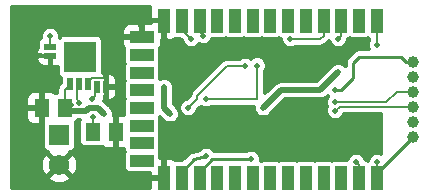
<source format=gbl>
G04 (created by PCBNEW (2013-05-18 BZR 4017)-stable) date Thu 17 Jul 2014 20:47:08 CST*
%MOIN*%
G04 Gerber Fmt 3.4, Leading zero omitted, Abs format*
%FSLAX34Y34*%
G01*
G70*
G90*
G04 APERTURE LIST*
%ADD10C,0.00590551*%
%ADD11R,0.019685X0.0393701*%
%ADD12R,0.0393701X0.019685*%
%ADD13R,0.106299X0.102362*%
%ADD14R,0.069X0.069*%
%ADD15C,0.069*%
%ADD16R,0.0512X0.059*%
%ADD17C,0.039*%
%ADD18R,0.0393701X0.0787402*%
%ADD19R,0.0787402X0.0393701*%
%ADD20C,0.02*%
%ADD21C,0.008*%
%ADD22C,0.01*%
%ADD23C,0.006*%
%ADD24C,0.02*%
%ADD25C,0.014*%
G04 APERTURE END LIST*
G54D10*
G54D11*
X49047Y-31200D03*
X48752Y-31200D03*
X48457Y-31200D03*
X49647Y-31300D03*
X49352Y-31300D03*
G54D12*
X47800Y-30247D03*
X47800Y-29952D03*
G54D13*
X48800Y-30300D03*
G54D14*
X48100Y-32900D03*
G54D15*
X48100Y-33900D03*
G54D16*
X48275Y-32000D03*
X47525Y-32000D03*
X49225Y-32800D03*
X49975Y-32800D03*
G54D17*
X59900Y-31450D03*
X59900Y-31950D03*
X59900Y-30950D03*
X59900Y-32450D03*
X59900Y-30450D03*
X59900Y-32950D03*
G54D18*
X58677Y-34337D03*
X58086Y-34337D03*
X57496Y-34337D03*
X56905Y-34337D03*
X56314Y-34337D03*
X55724Y-34337D03*
X55133Y-34337D03*
X54543Y-34337D03*
X53952Y-34337D03*
X53362Y-34337D03*
X52771Y-34337D03*
X52181Y-34337D03*
X51590Y-34337D03*
G54D19*
X50862Y-33766D03*
X50862Y-33176D03*
X50862Y-32585D03*
X50862Y-31995D03*
X50862Y-31404D03*
X50862Y-30814D03*
X50862Y-30223D03*
X50862Y-29633D03*
G54D18*
X51590Y-29081D03*
X52181Y-29081D03*
X52771Y-29081D03*
X53362Y-29081D03*
X53952Y-29081D03*
X54543Y-29081D03*
X55133Y-29081D03*
X55724Y-29081D03*
X56314Y-29081D03*
X56905Y-29081D03*
X57496Y-29081D03*
X58086Y-29081D03*
X58677Y-29081D03*
G54D20*
X55800Y-29700D03*
X52500Y-29700D03*
X58700Y-29900D03*
X57400Y-29700D03*
X54500Y-33700D03*
X57300Y-31400D03*
X58000Y-33800D03*
X52900Y-29600D03*
X58700Y-33800D03*
X47800Y-29600D03*
X54300Y-30600D03*
X52400Y-32000D03*
X49200Y-31700D03*
X54700Y-30600D03*
X53000Y-31700D03*
X57700Y-30300D03*
X54400Y-33300D03*
X57000Y-32900D03*
X50775Y-29200D03*
X53000Y-33600D03*
X57300Y-32100D03*
X57300Y-31800D03*
X49212Y-32287D03*
X48762Y-31830D03*
X49600Y-32200D03*
X51600Y-31300D03*
X51800Y-32200D03*
X57400Y-30800D03*
X54900Y-32000D03*
X48500Y-31900D03*
G54D21*
X56905Y-29594D02*
X56905Y-29081D01*
X56800Y-29700D02*
X56905Y-29594D01*
X56300Y-29700D02*
X56800Y-29700D01*
X55800Y-29700D02*
X56300Y-29700D01*
X52181Y-29081D02*
X52181Y-29381D01*
X52181Y-29381D02*
X52500Y-29700D01*
X58677Y-29877D02*
X58677Y-29081D01*
X58700Y-29900D02*
X58677Y-29877D01*
X57496Y-29081D02*
X57496Y-29603D01*
X57496Y-29603D02*
X57400Y-29700D01*
G54D22*
X52771Y-34128D02*
X52771Y-34337D01*
X53200Y-33700D02*
X52771Y-34128D01*
X54500Y-33700D02*
X53200Y-33700D01*
X59900Y-30450D02*
X59650Y-30450D01*
X57500Y-31400D02*
X57300Y-31400D01*
X57900Y-31000D02*
X57500Y-31400D01*
X57900Y-30500D02*
X57900Y-31000D01*
X58100Y-30300D02*
X57900Y-30500D01*
X59500Y-30300D02*
X58100Y-30300D01*
X59650Y-30450D02*
X59500Y-30300D01*
G54D21*
X58086Y-34337D02*
X58086Y-33886D01*
X58086Y-33886D02*
X58000Y-33800D01*
X52771Y-29471D02*
X52771Y-29081D01*
X52900Y-29600D02*
X52771Y-29471D01*
G54D22*
X58677Y-34337D02*
X58677Y-34172D01*
X58677Y-34172D02*
X59900Y-32950D01*
G54D21*
X58677Y-33822D02*
X58677Y-34337D01*
X58700Y-33800D02*
X58677Y-33822D01*
X47800Y-29600D02*
X47800Y-29952D01*
X53700Y-30600D02*
X54300Y-30600D01*
X52700Y-31600D02*
X53700Y-30600D01*
X52700Y-31700D02*
X52700Y-31600D01*
X52400Y-32000D02*
X52700Y-31700D01*
X49300Y-31352D02*
X49352Y-31300D01*
X49300Y-31600D02*
X49300Y-31352D01*
X49200Y-31700D02*
X49300Y-31600D01*
X54700Y-30500D02*
X54700Y-30600D01*
X54700Y-31700D02*
X54700Y-30500D01*
X53000Y-31700D02*
X54700Y-31700D01*
G54D23*
X57100Y-33000D02*
X57100Y-33200D01*
X57000Y-32900D02*
X57100Y-33000D01*
X49647Y-31300D02*
X49700Y-31300D01*
X49700Y-31300D02*
X49800Y-31200D01*
X47800Y-30247D02*
X47347Y-30247D01*
X47347Y-30247D02*
X47300Y-30200D01*
X49600Y-31000D02*
X49700Y-31100D01*
X49047Y-31152D02*
X49200Y-31000D01*
X49200Y-31000D02*
X49600Y-31000D01*
X49047Y-31200D02*
X49047Y-31152D01*
X49700Y-31247D02*
X49647Y-31300D01*
X49700Y-31100D02*
X49700Y-31247D01*
G54D24*
X50862Y-29287D02*
X50862Y-29633D01*
X50775Y-29200D02*
X50862Y-29287D01*
G54D22*
X52181Y-34337D02*
X52181Y-34118D01*
X52600Y-33700D02*
X53000Y-33600D01*
X52181Y-34118D02*
X52600Y-33700D01*
G54D21*
X57450Y-31950D02*
X59900Y-31950D01*
X57300Y-32100D02*
X57450Y-31950D01*
X59900Y-31450D02*
X59350Y-31450D01*
X59000Y-31800D02*
X57300Y-31800D01*
X59350Y-31450D02*
X59000Y-31800D01*
X49225Y-32800D02*
X49225Y-32300D01*
X49225Y-32300D02*
X49212Y-32287D01*
X48700Y-31252D02*
X48752Y-31200D01*
X48700Y-31700D02*
X48700Y-31252D01*
X48762Y-31830D02*
X48700Y-31700D01*
G54D24*
X48375Y-32100D02*
X48275Y-32000D01*
X49000Y-32100D02*
X48375Y-32100D01*
X49100Y-32000D02*
X49000Y-32100D01*
X49400Y-32000D02*
X49100Y-32000D01*
X49600Y-32200D02*
X49400Y-32000D01*
X51600Y-32000D02*
X51600Y-31300D01*
X51800Y-32200D02*
X51600Y-32000D01*
X56800Y-31400D02*
X57400Y-30800D01*
X55500Y-31400D02*
X56800Y-31400D01*
X54900Y-32000D02*
X55500Y-31400D01*
G54D21*
X48275Y-32000D02*
X48275Y-31382D01*
X48275Y-31382D02*
X48457Y-31200D01*
X48500Y-31900D02*
X48400Y-32000D01*
X48400Y-32000D02*
X48275Y-32000D01*
G54D10*
G36*
X58830Y-33518D02*
X58761Y-33490D01*
X58638Y-33489D01*
X58524Y-33537D01*
X58437Y-33624D01*
X58390Y-33738D01*
X58390Y-33754D01*
X58381Y-33757D01*
X58325Y-33734D01*
X58308Y-33734D01*
X58262Y-33624D01*
X58175Y-33537D01*
X58061Y-33490D01*
X57938Y-33489D01*
X57824Y-33537D01*
X57737Y-33624D01*
X57691Y-33734D01*
X57651Y-33734D01*
X57257Y-33734D01*
X57200Y-33757D01*
X57144Y-33734D01*
X57060Y-33734D01*
X56667Y-33734D01*
X56610Y-33757D01*
X56553Y-33734D01*
X56470Y-33734D01*
X56076Y-33734D01*
X56019Y-33757D01*
X55963Y-33734D01*
X55879Y-33734D01*
X55485Y-33734D01*
X55429Y-33757D01*
X55372Y-33734D01*
X55289Y-33734D01*
X54895Y-33734D01*
X54838Y-33757D01*
X54809Y-33745D01*
X54810Y-33638D01*
X54762Y-33524D01*
X54675Y-33437D01*
X54561Y-33390D01*
X54438Y-33389D01*
X54324Y-33437D01*
X54321Y-33440D01*
X53269Y-33440D01*
X53262Y-33424D01*
X53175Y-33337D01*
X53061Y-33290D01*
X52938Y-33289D01*
X52824Y-33337D01*
X52772Y-33389D01*
X52537Y-33447D01*
X52519Y-33456D01*
X52500Y-33459D01*
X52474Y-33477D01*
X52445Y-33490D01*
X52432Y-33505D01*
X52416Y-33516D01*
X52198Y-33734D01*
X52110Y-33734D01*
X52110Y-32138D01*
X52086Y-32081D01*
X52086Y-32081D01*
X52086Y-32081D01*
X52062Y-32024D01*
X52019Y-31980D01*
X51975Y-31937D01*
X51975Y-31937D01*
X51910Y-31871D01*
X51910Y-31300D01*
X51910Y-31300D01*
X51910Y-31238D01*
X51886Y-31181D01*
X51886Y-31181D01*
X51886Y-31181D01*
X51862Y-31124D01*
X51819Y-31080D01*
X51775Y-31037D01*
X51718Y-31013D01*
X51661Y-30990D01*
X51538Y-30989D01*
X51481Y-31013D01*
X51481Y-31013D01*
X51481Y-31013D01*
X51465Y-31019D01*
X51465Y-30969D01*
X51465Y-30575D01*
X51442Y-30518D01*
X51465Y-30462D01*
X51465Y-30378D01*
X51465Y-30001D01*
X51484Y-29983D01*
X51525Y-29883D01*
X51525Y-29776D01*
X51525Y-29730D01*
X51516Y-29721D01*
X51560Y-29678D01*
X51560Y-29111D01*
X51191Y-29111D01*
X51136Y-29166D01*
X50959Y-29166D01*
X50892Y-29233D01*
X50892Y-29603D01*
X50900Y-29603D01*
X50900Y-29663D01*
X50892Y-29663D01*
X50892Y-29670D01*
X50832Y-29670D01*
X50832Y-29663D01*
X50832Y-29603D01*
X50832Y-29233D01*
X50764Y-29166D01*
X50415Y-29166D01*
X50315Y-29207D01*
X50239Y-29283D01*
X50198Y-29382D01*
X50198Y-29489D01*
X50198Y-29535D01*
X50266Y-29603D01*
X50832Y-29603D01*
X50832Y-29663D01*
X50266Y-29663D01*
X50198Y-29730D01*
X50198Y-29776D01*
X50198Y-29883D01*
X50239Y-29983D01*
X50258Y-30001D01*
X50258Y-30068D01*
X50258Y-30462D01*
X50281Y-30518D01*
X50258Y-30575D01*
X50258Y-30658D01*
X50258Y-31052D01*
X50281Y-31109D01*
X50258Y-31165D01*
X50258Y-31249D01*
X50258Y-31643D01*
X50281Y-31700D01*
X50258Y-31756D01*
X50258Y-31840D01*
X50258Y-32233D01*
X50258Y-32234D01*
X50072Y-32235D01*
X50016Y-32291D01*
X50016Y-31443D01*
X50016Y-31156D01*
X50016Y-31049D01*
X49974Y-30950D01*
X49898Y-30874D01*
X49799Y-30833D01*
X49745Y-30833D01*
X49677Y-30900D01*
X49677Y-31270D01*
X49948Y-31270D01*
X50016Y-31202D01*
X50016Y-31156D01*
X50016Y-31443D01*
X50016Y-31397D01*
X49948Y-31330D01*
X49677Y-31330D01*
X49677Y-31699D01*
X49745Y-31766D01*
X49799Y-31766D01*
X49898Y-31725D01*
X49974Y-31649D01*
X50016Y-31550D01*
X50016Y-31443D01*
X50016Y-32291D01*
X50005Y-32302D01*
X50005Y-32770D01*
X50012Y-32770D01*
X50012Y-32830D01*
X50005Y-32830D01*
X50005Y-33297D01*
X50072Y-33365D01*
X50258Y-33365D01*
X50258Y-33414D01*
X50281Y-33471D01*
X50258Y-33528D01*
X50258Y-33611D01*
X50258Y-34005D01*
X50290Y-34082D01*
X50349Y-34141D01*
X50426Y-34173D01*
X50510Y-34173D01*
X51123Y-34173D01*
X51123Y-34240D01*
X51191Y-34307D01*
X51560Y-34307D01*
X51560Y-33741D01*
X51493Y-33674D01*
X51465Y-33674D01*
X51465Y-33528D01*
X51442Y-33471D01*
X51465Y-33415D01*
X51465Y-33331D01*
X51465Y-32937D01*
X51442Y-32881D01*
X51465Y-32824D01*
X51465Y-32741D01*
X51465Y-32347D01*
X51442Y-32290D01*
X51445Y-32283D01*
X51580Y-32419D01*
X51580Y-32419D01*
X51624Y-32462D01*
X51681Y-32486D01*
X51738Y-32509D01*
X51800Y-32510D01*
X51861Y-32510D01*
X51918Y-32486D01*
X51918Y-32486D01*
X51918Y-32486D01*
X51975Y-32462D01*
X52019Y-32419D01*
X52062Y-32375D01*
X52086Y-32318D01*
X52109Y-32261D01*
X52110Y-32200D01*
X52110Y-32138D01*
X52110Y-33734D01*
X51959Y-33734D01*
X51940Y-33715D01*
X51841Y-33674D01*
X51733Y-33674D01*
X51688Y-33674D01*
X51620Y-33741D01*
X51620Y-34307D01*
X51628Y-34307D01*
X51628Y-34367D01*
X51620Y-34367D01*
X51620Y-34375D01*
X51560Y-34375D01*
X51560Y-34367D01*
X51191Y-34367D01*
X51123Y-34435D01*
X51123Y-34670D01*
X49945Y-34670D01*
X49945Y-33297D01*
X49945Y-32830D01*
X49937Y-32830D01*
X49937Y-32770D01*
X49945Y-32770D01*
X49945Y-32302D01*
X49908Y-32265D01*
X49909Y-32261D01*
X49910Y-32200D01*
X49910Y-32138D01*
X49886Y-32081D01*
X49886Y-32081D01*
X49886Y-32081D01*
X49862Y-32024D01*
X49819Y-31980D01*
X49775Y-31937D01*
X49775Y-31937D01*
X49619Y-31780D01*
X49569Y-31747D01*
X49617Y-31699D01*
X49617Y-31627D01*
X49628Y-31615D01*
X49660Y-31538D01*
X49660Y-31455D01*
X49660Y-31061D01*
X49628Y-30984D01*
X49617Y-30973D01*
X49617Y-30900D01*
X49550Y-30833D01*
X49541Y-30833D01*
X49541Y-30770D01*
X49541Y-29746D01*
X49509Y-29669D01*
X49450Y-29610D01*
X49373Y-29578D01*
X49289Y-29578D01*
X48226Y-29578D01*
X48149Y-29610D01*
X48109Y-29649D01*
X48110Y-29538D01*
X48062Y-29424D01*
X47975Y-29337D01*
X47861Y-29290D01*
X47738Y-29289D01*
X47624Y-29337D01*
X47537Y-29424D01*
X47490Y-29538D01*
X47489Y-29661D01*
X47494Y-29671D01*
X47484Y-29675D01*
X47425Y-29734D01*
X47393Y-29811D01*
X47393Y-29895D01*
X47393Y-29977D01*
X47374Y-29996D01*
X47333Y-30095D01*
X47333Y-30150D01*
X47400Y-30217D01*
X47472Y-30217D01*
X47484Y-30228D01*
X47561Y-30260D01*
X47644Y-30260D01*
X47837Y-30260D01*
X47837Y-30277D01*
X47830Y-30277D01*
X47830Y-30548D01*
X47897Y-30616D01*
X47943Y-30616D01*
X48050Y-30616D01*
X48058Y-30612D01*
X48058Y-30853D01*
X48090Y-30930D01*
X48148Y-30989D01*
X48148Y-31044D01*
X48148Y-31154D01*
X48098Y-31205D01*
X48044Y-31286D01*
X48025Y-31382D01*
X48025Y-31494D01*
X47977Y-31494D01*
X47959Y-31502D01*
X47933Y-31475D01*
X47834Y-31434D01*
X47770Y-31434D01*
X47770Y-30548D01*
X47770Y-30277D01*
X47400Y-30277D01*
X47333Y-30345D01*
X47333Y-30399D01*
X47374Y-30498D01*
X47450Y-30574D01*
X47549Y-30616D01*
X47656Y-30616D01*
X47702Y-30616D01*
X47770Y-30548D01*
X47770Y-31434D01*
X47622Y-31435D01*
X47555Y-31502D01*
X47555Y-31970D01*
X47562Y-31970D01*
X47562Y-32030D01*
X47555Y-32030D01*
X47555Y-32489D01*
X47545Y-32513D01*
X47544Y-32596D01*
X47544Y-33286D01*
X47576Y-33363D01*
X47635Y-33422D01*
X47713Y-33454D01*
X47734Y-33454D01*
X47726Y-33483D01*
X48100Y-33857D01*
X48473Y-33483D01*
X48465Y-33455D01*
X48486Y-33455D01*
X48563Y-33423D01*
X48622Y-33364D01*
X48654Y-33286D01*
X48655Y-33203D01*
X48655Y-32513D01*
X48640Y-32477D01*
X48649Y-32473D01*
X48708Y-32414D01*
X48710Y-32410D01*
X48781Y-32410D01*
X48759Y-32463D01*
X48758Y-32546D01*
X48758Y-33136D01*
X48790Y-33213D01*
X48849Y-33272D01*
X48927Y-33304D01*
X49010Y-33305D01*
X49522Y-33305D01*
X49540Y-33297D01*
X49566Y-33324D01*
X49665Y-33365D01*
X49877Y-33365D01*
X49945Y-33297D01*
X49945Y-34670D01*
X48716Y-34670D01*
X48716Y-34017D01*
X48713Y-33772D01*
X48624Y-33556D01*
X48516Y-33526D01*
X48142Y-33900D01*
X48516Y-34273D01*
X48624Y-34243D01*
X48716Y-34017D01*
X48716Y-34670D01*
X48473Y-34670D01*
X48473Y-34316D01*
X48100Y-33942D01*
X48057Y-33984D01*
X48057Y-33900D01*
X47683Y-33526D01*
X47575Y-33556D01*
X47495Y-33755D01*
X47495Y-32497D01*
X47495Y-32030D01*
X47495Y-31970D01*
X47495Y-31502D01*
X47427Y-31435D01*
X47215Y-31434D01*
X47116Y-31475D01*
X47040Y-31551D01*
X46999Y-31651D01*
X46998Y-31758D01*
X46999Y-31902D01*
X47066Y-31970D01*
X47495Y-31970D01*
X47495Y-32030D01*
X47066Y-32030D01*
X46999Y-32097D01*
X46998Y-32241D01*
X46999Y-32348D01*
X47040Y-32448D01*
X47116Y-32524D01*
X47215Y-32565D01*
X47427Y-32565D01*
X47495Y-32497D01*
X47495Y-33755D01*
X47483Y-33782D01*
X47486Y-34027D01*
X47575Y-34243D01*
X47683Y-34273D01*
X48057Y-33900D01*
X48057Y-33984D01*
X47726Y-34316D01*
X47756Y-34424D01*
X47982Y-34516D01*
X48227Y-34513D01*
X48443Y-34424D01*
X48473Y-34316D01*
X48473Y-34670D01*
X46529Y-34670D01*
X46529Y-28629D01*
X51125Y-28629D01*
X51123Y-28634D01*
X51123Y-28984D01*
X51191Y-29051D01*
X51560Y-29051D01*
X51560Y-29044D01*
X51620Y-29044D01*
X51620Y-29051D01*
X51628Y-29051D01*
X51628Y-29111D01*
X51620Y-29111D01*
X51620Y-29678D01*
X51688Y-29745D01*
X51733Y-29745D01*
X51841Y-29745D01*
X51940Y-29704D01*
X51959Y-29685D01*
X52025Y-29685D01*
X52132Y-29685D01*
X52189Y-29743D01*
X52189Y-29761D01*
X52237Y-29875D01*
X52324Y-29962D01*
X52438Y-30009D01*
X52561Y-30010D01*
X52675Y-29962D01*
X52760Y-29877D01*
X52838Y-29909D01*
X52961Y-29910D01*
X53075Y-29862D01*
X53162Y-29775D01*
X53200Y-29685D01*
X53206Y-29685D01*
X53600Y-29685D01*
X53657Y-29662D01*
X53713Y-29685D01*
X53797Y-29685D01*
X54191Y-29685D01*
X54248Y-29662D01*
X54304Y-29685D01*
X54388Y-29685D01*
X54781Y-29685D01*
X54838Y-29662D01*
X54895Y-29685D01*
X54978Y-29685D01*
X55372Y-29685D01*
X55429Y-29662D01*
X55485Y-29685D01*
X55490Y-29685D01*
X55489Y-29761D01*
X55537Y-29875D01*
X55624Y-29962D01*
X55738Y-30009D01*
X55861Y-30010D01*
X55975Y-29962D01*
X55988Y-29950D01*
X56300Y-29950D01*
X56800Y-29950D01*
X56895Y-29930D01*
X56976Y-29876D01*
X57082Y-29771D01*
X57089Y-29759D01*
X57089Y-29761D01*
X57137Y-29875D01*
X57224Y-29962D01*
X57338Y-30009D01*
X57461Y-30010D01*
X57575Y-29962D01*
X57662Y-29875D01*
X57709Y-29761D01*
X57709Y-29725D01*
X57727Y-29699D01*
X57729Y-29685D01*
X57734Y-29685D01*
X57791Y-29662D01*
X57847Y-29685D01*
X57931Y-29685D01*
X58325Y-29685D01*
X58381Y-29662D01*
X58427Y-29680D01*
X58427Y-29748D01*
X58390Y-29838D01*
X58389Y-29961D01*
X58422Y-30040D01*
X58100Y-30040D01*
X58017Y-30056D01*
X58000Y-30059D01*
X57916Y-30116D01*
X57716Y-30316D01*
X57659Y-30400D01*
X57640Y-30500D01*
X57640Y-30601D01*
X57619Y-30580D01*
X57575Y-30537D01*
X57518Y-30513D01*
X57461Y-30490D01*
X57338Y-30489D01*
X57281Y-30513D01*
X57281Y-30513D01*
X57281Y-30513D01*
X57224Y-30537D01*
X57137Y-30624D01*
X57137Y-30624D01*
X56671Y-31090D01*
X55500Y-31090D01*
X55381Y-31113D01*
X55280Y-31180D01*
X54950Y-31511D01*
X54950Y-30788D01*
X54962Y-30775D01*
X55009Y-30661D01*
X55010Y-30538D01*
X54962Y-30424D01*
X54907Y-30368D01*
X54876Y-30323D01*
X54795Y-30269D01*
X54700Y-30250D01*
X54604Y-30269D01*
X54523Y-30323D01*
X54498Y-30360D01*
X54475Y-30337D01*
X54361Y-30290D01*
X54238Y-30289D01*
X54124Y-30337D01*
X54111Y-30350D01*
X53700Y-30350D01*
X53604Y-30369D01*
X53571Y-30390D01*
X53523Y-30423D01*
X53523Y-30423D01*
X52523Y-31423D01*
X52469Y-31504D01*
X52450Y-31595D01*
X52356Y-31689D01*
X52338Y-31689D01*
X52224Y-31737D01*
X52137Y-31824D01*
X52090Y-31938D01*
X52089Y-32061D01*
X52137Y-32175D01*
X52224Y-32262D01*
X52338Y-32309D01*
X52461Y-32310D01*
X52575Y-32262D01*
X52662Y-32175D01*
X52709Y-32061D01*
X52709Y-32043D01*
X52807Y-31946D01*
X52824Y-31962D01*
X52938Y-32009D01*
X53061Y-32010D01*
X53175Y-31962D01*
X53188Y-31950D01*
X54590Y-31950D01*
X54589Y-32061D01*
X54613Y-32118D01*
X54613Y-32118D01*
X54613Y-32118D01*
X54637Y-32175D01*
X54680Y-32219D01*
X54724Y-32262D01*
X54781Y-32286D01*
X54838Y-32309D01*
X54900Y-32310D01*
X54961Y-32310D01*
X55018Y-32286D01*
X55018Y-32286D01*
X55018Y-32286D01*
X55075Y-32262D01*
X55119Y-32219D01*
X55162Y-32175D01*
X55162Y-32175D01*
X55628Y-31710D01*
X56800Y-31710D01*
X56918Y-31686D01*
X57019Y-31619D01*
X57050Y-31588D01*
X57061Y-31599D01*
X57037Y-31624D01*
X56990Y-31738D01*
X56989Y-31861D01*
X57026Y-31950D01*
X56990Y-32038D01*
X56989Y-32161D01*
X57037Y-32275D01*
X57124Y-32362D01*
X57238Y-32409D01*
X57361Y-32410D01*
X57475Y-32362D01*
X57562Y-32275D01*
X57594Y-32200D01*
X58830Y-32200D01*
X58830Y-33518D01*
X58830Y-33518D01*
G37*
G54D25*
X58830Y-33518D02*
X58761Y-33490D01*
X58638Y-33489D01*
X58524Y-33537D01*
X58437Y-33624D01*
X58390Y-33738D01*
X58390Y-33754D01*
X58381Y-33757D01*
X58325Y-33734D01*
X58308Y-33734D01*
X58262Y-33624D01*
X58175Y-33537D01*
X58061Y-33490D01*
X57938Y-33489D01*
X57824Y-33537D01*
X57737Y-33624D01*
X57691Y-33734D01*
X57651Y-33734D01*
X57257Y-33734D01*
X57200Y-33757D01*
X57144Y-33734D01*
X57060Y-33734D01*
X56667Y-33734D01*
X56610Y-33757D01*
X56553Y-33734D01*
X56470Y-33734D01*
X56076Y-33734D01*
X56019Y-33757D01*
X55963Y-33734D01*
X55879Y-33734D01*
X55485Y-33734D01*
X55429Y-33757D01*
X55372Y-33734D01*
X55289Y-33734D01*
X54895Y-33734D01*
X54838Y-33757D01*
X54809Y-33745D01*
X54810Y-33638D01*
X54762Y-33524D01*
X54675Y-33437D01*
X54561Y-33390D01*
X54438Y-33389D01*
X54324Y-33437D01*
X54321Y-33440D01*
X53269Y-33440D01*
X53262Y-33424D01*
X53175Y-33337D01*
X53061Y-33290D01*
X52938Y-33289D01*
X52824Y-33337D01*
X52772Y-33389D01*
X52537Y-33447D01*
X52519Y-33456D01*
X52500Y-33459D01*
X52474Y-33477D01*
X52445Y-33490D01*
X52432Y-33505D01*
X52416Y-33516D01*
X52198Y-33734D01*
X52110Y-33734D01*
X52110Y-32138D01*
X52086Y-32081D01*
X52086Y-32081D01*
X52086Y-32081D01*
X52062Y-32024D01*
X52019Y-31980D01*
X51975Y-31937D01*
X51975Y-31937D01*
X51910Y-31871D01*
X51910Y-31300D01*
X51910Y-31300D01*
X51910Y-31238D01*
X51886Y-31181D01*
X51886Y-31181D01*
X51886Y-31181D01*
X51862Y-31124D01*
X51819Y-31080D01*
X51775Y-31037D01*
X51718Y-31013D01*
X51661Y-30990D01*
X51538Y-30989D01*
X51481Y-31013D01*
X51481Y-31013D01*
X51481Y-31013D01*
X51465Y-31019D01*
X51465Y-30969D01*
X51465Y-30575D01*
X51442Y-30518D01*
X51465Y-30462D01*
X51465Y-30378D01*
X51465Y-30001D01*
X51484Y-29983D01*
X51525Y-29883D01*
X51525Y-29776D01*
X51525Y-29730D01*
X51516Y-29721D01*
X51560Y-29678D01*
X51560Y-29111D01*
X51191Y-29111D01*
X51136Y-29166D01*
X50959Y-29166D01*
X50892Y-29233D01*
X50892Y-29603D01*
X50900Y-29603D01*
X50900Y-29663D01*
X50892Y-29663D01*
X50892Y-29670D01*
X50832Y-29670D01*
X50832Y-29663D01*
X50832Y-29603D01*
X50832Y-29233D01*
X50764Y-29166D01*
X50415Y-29166D01*
X50315Y-29207D01*
X50239Y-29283D01*
X50198Y-29382D01*
X50198Y-29489D01*
X50198Y-29535D01*
X50266Y-29603D01*
X50832Y-29603D01*
X50832Y-29663D01*
X50266Y-29663D01*
X50198Y-29730D01*
X50198Y-29776D01*
X50198Y-29883D01*
X50239Y-29983D01*
X50258Y-30001D01*
X50258Y-30068D01*
X50258Y-30462D01*
X50281Y-30518D01*
X50258Y-30575D01*
X50258Y-30658D01*
X50258Y-31052D01*
X50281Y-31109D01*
X50258Y-31165D01*
X50258Y-31249D01*
X50258Y-31643D01*
X50281Y-31700D01*
X50258Y-31756D01*
X50258Y-31840D01*
X50258Y-32233D01*
X50258Y-32234D01*
X50072Y-32235D01*
X50016Y-32291D01*
X50016Y-31443D01*
X50016Y-31156D01*
X50016Y-31049D01*
X49974Y-30950D01*
X49898Y-30874D01*
X49799Y-30833D01*
X49745Y-30833D01*
X49677Y-30900D01*
X49677Y-31270D01*
X49948Y-31270D01*
X50016Y-31202D01*
X50016Y-31156D01*
X50016Y-31443D01*
X50016Y-31397D01*
X49948Y-31330D01*
X49677Y-31330D01*
X49677Y-31699D01*
X49745Y-31766D01*
X49799Y-31766D01*
X49898Y-31725D01*
X49974Y-31649D01*
X50016Y-31550D01*
X50016Y-31443D01*
X50016Y-32291D01*
X50005Y-32302D01*
X50005Y-32770D01*
X50012Y-32770D01*
X50012Y-32830D01*
X50005Y-32830D01*
X50005Y-33297D01*
X50072Y-33365D01*
X50258Y-33365D01*
X50258Y-33414D01*
X50281Y-33471D01*
X50258Y-33528D01*
X50258Y-33611D01*
X50258Y-34005D01*
X50290Y-34082D01*
X50349Y-34141D01*
X50426Y-34173D01*
X50510Y-34173D01*
X51123Y-34173D01*
X51123Y-34240D01*
X51191Y-34307D01*
X51560Y-34307D01*
X51560Y-33741D01*
X51493Y-33674D01*
X51465Y-33674D01*
X51465Y-33528D01*
X51442Y-33471D01*
X51465Y-33415D01*
X51465Y-33331D01*
X51465Y-32937D01*
X51442Y-32881D01*
X51465Y-32824D01*
X51465Y-32741D01*
X51465Y-32347D01*
X51442Y-32290D01*
X51445Y-32283D01*
X51580Y-32419D01*
X51580Y-32419D01*
X51624Y-32462D01*
X51681Y-32486D01*
X51738Y-32509D01*
X51800Y-32510D01*
X51861Y-32510D01*
X51918Y-32486D01*
X51918Y-32486D01*
X51918Y-32486D01*
X51975Y-32462D01*
X52019Y-32419D01*
X52062Y-32375D01*
X52086Y-32318D01*
X52109Y-32261D01*
X52110Y-32200D01*
X52110Y-32138D01*
X52110Y-33734D01*
X51959Y-33734D01*
X51940Y-33715D01*
X51841Y-33674D01*
X51733Y-33674D01*
X51688Y-33674D01*
X51620Y-33741D01*
X51620Y-34307D01*
X51628Y-34307D01*
X51628Y-34367D01*
X51620Y-34367D01*
X51620Y-34375D01*
X51560Y-34375D01*
X51560Y-34367D01*
X51191Y-34367D01*
X51123Y-34435D01*
X51123Y-34670D01*
X49945Y-34670D01*
X49945Y-33297D01*
X49945Y-32830D01*
X49937Y-32830D01*
X49937Y-32770D01*
X49945Y-32770D01*
X49945Y-32302D01*
X49908Y-32265D01*
X49909Y-32261D01*
X49910Y-32200D01*
X49910Y-32138D01*
X49886Y-32081D01*
X49886Y-32081D01*
X49886Y-32081D01*
X49862Y-32024D01*
X49819Y-31980D01*
X49775Y-31937D01*
X49775Y-31937D01*
X49619Y-31780D01*
X49569Y-31747D01*
X49617Y-31699D01*
X49617Y-31627D01*
X49628Y-31615D01*
X49660Y-31538D01*
X49660Y-31455D01*
X49660Y-31061D01*
X49628Y-30984D01*
X49617Y-30973D01*
X49617Y-30900D01*
X49550Y-30833D01*
X49541Y-30833D01*
X49541Y-30770D01*
X49541Y-29746D01*
X49509Y-29669D01*
X49450Y-29610D01*
X49373Y-29578D01*
X49289Y-29578D01*
X48226Y-29578D01*
X48149Y-29610D01*
X48109Y-29649D01*
X48110Y-29538D01*
X48062Y-29424D01*
X47975Y-29337D01*
X47861Y-29290D01*
X47738Y-29289D01*
X47624Y-29337D01*
X47537Y-29424D01*
X47490Y-29538D01*
X47489Y-29661D01*
X47494Y-29671D01*
X47484Y-29675D01*
X47425Y-29734D01*
X47393Y-29811D01*
X47393Y-29895D01*
X47393Y-29977D01*
X47374Y-29996D01*
X47333Y-30095D01*
X47333Y-30150D01*
X47400Y-30217D01*
X47472Y-30217D01*
X47484Y-30228D01*
X47561Y-30260D01*
X47644Y-30260D01*
X47837Y-30260D01*
X47837Y-30277D01*
X47830Y-30277D01*
X47830Y-30548D01*
X47897Y-30616D01*
X47943Y-30616D01*
X48050Y-30616D01*
X48058Y-30612D01*
X48058Y-30853D01*
X48090Y-30930D01*
X48148Y-30989D01*
X48148Y-31044D01*
X48148Y-31154D01*
X48098Y-31205D01*
X48044Y-31286D01*
X48025Y-31382D01*
X48025Y-31494D01*
X47977Y-31494D01*
X47959Y-31502D01*
X47933Y-31475D01*
X47834Y-31434D01*
X47770Y-31434D01*
X47770Y-30548D01*
X47770Y-30277D01*
X47400Y-30277D01*
X47333Y-30345D01*
X47333Y-30399D01*
X47374Y-30498D01*
X47450Y-30574D01*
X47549Y-30616D01*
X47656Y-30616D01*
X47702Y-30616D01*
X47770Y-30548D01*
X47770Y-31434D01*
X47622Y-31435D01*
X47555Y-31502D01*
X47555Y-31970D01*
X47562Y-31970D01*
X47562Y-32030D01*
X47555Y-32030D01*
X47555Y-32489D01*
X47545Y-32513D01*
X47544Y-32596D01*
X47544Y-33286D01*
X47576Y-33363D01*
X47635Y-33422D01*
X47713Y-33454D01*
X47734Y-33454D01*
X47726Y-33483D01*
X48100Y-33857D01*
X48473Y-33483D01*
X48465Y-33455D01*
X48486Y-33455D01*
X48563Y-33423D01*
X48622Y-33364D01*
X48654Y-33286D01*
X48655Y-33203D01*
X48655Y-32513D01*
X48640Y-32477D01*
X48649Y-32473D01*
X48708Y-32414D01*
X48710Y-32410D01*
X48781Y-32410D01*
X48759Y-32463D01*
X48758Y-32546D01*
X48758Y-33136D01*
X48790Y-33213D01*
X48849Y-33272D01*
X48927Y-33304D01*
X49010Y-33305D01*
X49522Y-33305D01*
X49540Y-33297D01*
X49566Y-33324D01*
X49665Y-33365D01*
X49877Y-33365D01*
X49945Y-33297D01*
X49945Y-34670D01*
X48716Y-34670D01*
X48716Y-34017D01*
X48713Y-33772D01*
X48624Y-33556D01*
X48516Y-33526D01*
X48142Y-33900D01*
X48516Y-34273D01*
X48624Y-34243D01*
X48716Y-34017D01*
X48716Y-34670D01*
X48473Y-34670D01*
X48473Y-34316D01*
X48100Y-33942D01*
X48057Y-33984D01*
X48057Y-33900D01*
X47683Y-33526D01*
X47575Y-33556D01*
X47495Y-33755D01*
X47495Y-32497D01*
X47495Y-32030D01*
X47495Y-31970D01*
X47495Y-31502D01*
X47427Y-31435D01*
X47215Y-31434D01*
X47116Y-31475D01*
X47040Y-31551D01*
X46999Y-31651D01*
X46998Y-31758D01*
X46999Y-31902D01*
X47066Y-31970D01*
X47495Y-31970D01*
X47495Y-32030D01*
X47066Y-32030D01*
X46999Y-32097D01*
X46998Y-32241D01*
X46999Y-32348D01*
X47040Y-32448D01*
X47116Y-32524D01*
X47215Y-32565D01*
X47427Y-32565D01*
X47495Y-32497D01*
X47495Y-33755D01*
X47483Y-33782D01*
X47486Y-34027D01*
X47575Y-34243D01*
X47683Y-34273D01*
X48057Y-33900D01*
X48057Y-33984D01*
X47726Y-34316D01*
X47756Y-34424D01*
X47982Y-34516D01*
X48227Y-34513D01*
X48443Y-34424D01*
X48473Y-34316D01*
X48473Y-34670D01*
X46529Y-34670D01*
X46529Y-28629D01*
X51125Y-28629D01*
X51123Y-28634D01*
X51123Y-28984D01*
X51191Y-29051D01*
X51560Y-29051D01*
X51560Y-29044D01*
X51620Y-29044D01*
X51620Y-29051D01*
X51628Y-29051D01*
X51628Y-29111D01*
X51620Y-29111D01*
X51620Y-29678D01*
X51688Y-29745D01*
X51733Y-29745D01*
X51841Y-29745D01*
X51940Y-29704D01*
X51959Y-29685D01*
X52025Y-29685D01*
X52132Y-29685D01*
X52189Y-29743D01*
X52189Y-29761D01*
X52237Y-29875D01*
X52324Y-29962D01*
X52438Y-30009D01*
X52561Y-30010D01*
X52675Y-29962D01*
X52760Y-29877D01*
X52838Y-29909D01*
X52961Y-29910D01*
X53075Y-29862D01*
X53162Y-29775D01*
X53200Y-29685D01*
X53206Y-29685D01*
X53600Y-29685D01*
X53657Y-29662D01*
X53713Y-29685D01*
X53797Y-29685D01*
X54191Y-29685D01*
X54248Y-29662D01*
X54304Y-29685D01*
X54388Y-29685D01*
X54781Y-29685D01*
X54838Y-29662D01*
X54895Y-29685D01*
X54978Y-29685D01*
X55372Y-29685D01*
X55429Y-29662D01*
X55485Y-29685D01*
X55490Y-29685D01*
X55489Y-29761D01*
X55537Y-29875D01*
X55624Y-29962D01*
X55738Y-30009D01*
X55861Y-30010D01*
X55975Y-29962D01*
X55988Y-29950D01*
X56300Y-29950D01*
X56800Y-29950D01*
X56895Y-29930D01*
X56976Y-29876D01*
X57082Y-29771D01*
X57089Y-29759D01*
X57089Y-29761D01*
X57137Y-29875D01*
X57224Y-29962D01*
X57338Y-30009D01*
X57461Y-30010D01*
X57575Y-29962D01*
X57662Y-29875D01*
X57709Y-29761D01*
X57709Y-29725D01*
X57727Y-29699D01*
X57729Y-29685D01*
X57734Y-29685D01*
X57791Y-29662D01*
X57847Y-29685D01*
X57931Y-29685D01*
X58325Y-29685D01*
X58381Y-29662D01*
X58427Y-29680D01*
X58427Y-29748D01*
X58390Y-29838D01*
X58389Y-29961D01*
X58422Y-30040D01*
X58100Y-30040D01*
X58017Y-30056D01*
X58000Y-30059D01*
X57916Y-30116D01*
X57716Y-30316D01*
X57659Y-30400D01*
X57640Y-30500D01*
X57640Y-30601D01*
X57619Y-30580D01*
X57575Y-30537D01*
X57518Y-30513D01*
X57461Y-30490D01*
X57338Y-30489D01*
X57281Y-30513D01*
X57281Y-30513D01*
X57281Y-30513D01*
X57224Y-30537D01*
X57137Y-30624D01*
X57137Y-30624D01*
X56671Y-31090D01*
X55500Y-31090D01*
X55381Y-31113D01*
X55280Y-31180D01*
X54950Y-31511D01*
X54950Y-30788D01*
X54962Y-30775D01*
X55009Y-30661D01*
X55010Y-30538D01*
X54962Y-30424D01*
X54907Y-30368D01*
X54876Y-30323D01*
X54795Y-30269D01*
X54700Y-30250D01*
X54604Y-30269D01*
X54523Y-30323D01*
X54498Y-30360D01*
X54475Y-30337D01*
X54361Y-30290D01*
X54238Y-30289D01*
X54124Y-30337D01*
X54111Y-30350D01*
X53700Y-30350D01*
X53604Y-30369D01*
X53571Y-30390D01*
X53523Y-30423D01*
X53523Y-30423D01*
X52523Y-31423D01*
X52469Y-31504D01*
X52450Y-31595D01*
X52356Y-31689D01*
X52338Y-31689D01*
X52224Y-31737D01*
X52137Y-31824D01*
X52090Y-31938D01*
X52089Y-32061D01*
X52137Y-32175D01*
X52224Y-32262D01*
X52338Y-32309D01*
X52461Y-32310D01*
X52575Y-32262D01*
X52662Y-32175D01*
X52709Y-32061D01*
X52709Y-32043D01*
X52807Y-31946D01*
X52824Y-31962D01*
X52938Y-32009D01*
X53061Y-32010D01*
X53175Y-31962D01*
X53188Y-31950D01*
X54590Y-31950D01*
X54589Y-32061D01*
X54613Y-32118D01*
X54613Y-32118D01*
X54613Y-32118D01*
X54637Y-32175D01*
X54680Y-32219D01*
X54724Y-32262D01*
X54781Y-32286D01*
X54838Y-32309D01*
X54900Y-32310D01*
X54961Y-32310D01*
X55018Y-32286D01*
X55018Y-32286D01*
X55018Y-32286D01*
X55075Y-32262D01*
X55119Y-32219D01*
X55162Y-32175D01*
X55162Y-32175D01*
X55628Y-31710D01*
X56800Y-31710D01*
X56918Y-31686D01*
X57019Y-31619D01*
X57050Y-31588D01*
X57061Y-31599D01*
X57037Y-31624D01*
X56990Y-31738D01*
X56989Y-31861D01*
X57026Y-31950D01*
X56990Y-32038D01*
X56989Y-32161D01*
X57037Y-32275D01*
X57124Y-32362D01*
X57238Y-32409D01*
X57361Y-32410D01*
X57475Y-32362D01*
X57562Y-32275D01*
X57594Y-32200D01*
X58830Y-32200D01*
X58830Y-33518D01*
M02*

</source>
